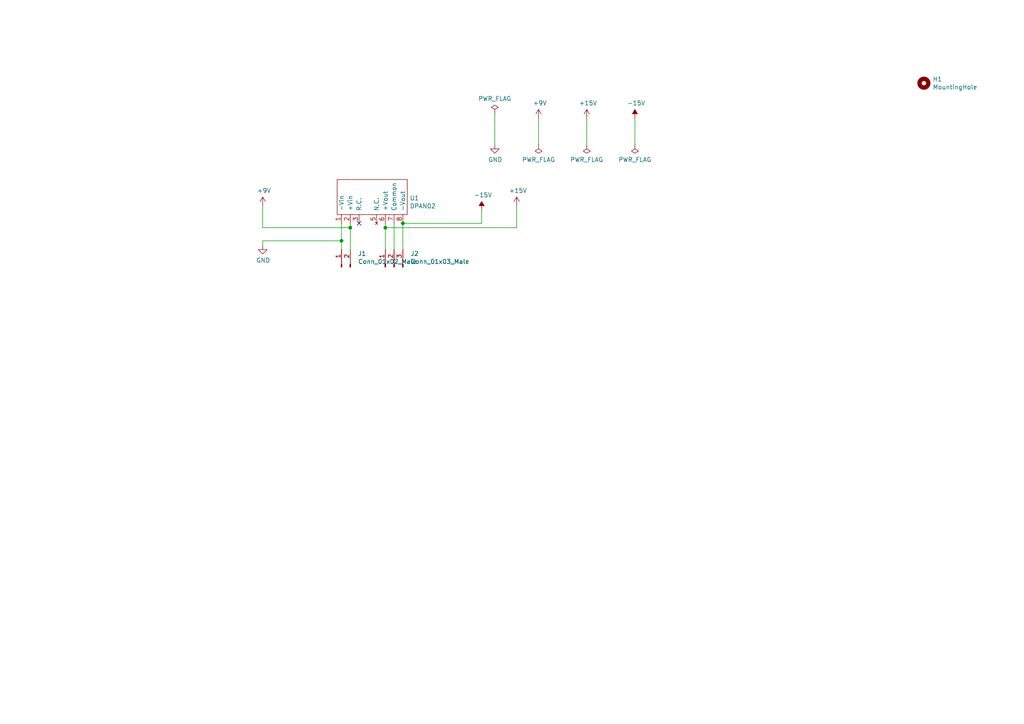
<source format=kicad_sch>
(kicad_sch (version 20211123) (generator eeschema)
  (paper "A4")
  (lib_symbols
    (symbol "Connector:Conn_01x02_Male" (pin_names (offset 1.016) hide)
      (property "Reference" "J" (at 0 2.54 0))
      (property "Value" "Conn_01x02_Male" (at 0 -5.08 0))
      (symbol "Conn_01x02_Male_1_1"
        (polyline (pts (xy 1.27 -2.54) (xy 0.8636 -2.54)) (stroke (width 0.1524)))
        (polyline (pts (xy 1.27 0) (xy 0.8636 0)) (stroke (width 0.1524)))
        (rectangle (start 0.8636 -2.413) (end 0 -2.667) (stroke (width 0.1524)) (fill (type outline)))
        (rectangle (start 0.8636 0.127) (end 0 -0.127) (stroke (width 0.1524)) (fill (type outline)))
        (pin passive line (at 5.08 0 180) (length 3.81) (name "Pin_1") (number "1"))
        (pin passive line (at 5.08 -2.54 180) (length 3.81) (name "Pin_2") (number "2"))
      )
    )
    (symbol "Connector:Conn_01x03_Male" (pin_names (offset 1.016) hide)
      (property "Reference" "J" (at 0 5.08 0))
      (property "Value" "Conn_01x03_Male" (at 0 -5.08 0))
      (symbol "Conn_01x03_Male_1_1"
        (polyline (pts (xy 1.27 -2.54) (xy 0.8636 -2.54)) (stroke (width 0.1524)))
        (polyline (pts (xy 1.27 0) (xy 0.8636 0)) (stroke (width 0.1524)))
        (polyline (pts (xy 1.27 2.54) (xy 0.8636 2.54)) (stroke (width 0.1524)))
        (rectangle (start 0.8636 -2.413) (end 0 -2.667) (stroke (width 0.1524)) (fill (type outline)))
        (rectangle (start 0.8636 0.127) (end 0 -0.127) (stroke (width 0.1524)) (fill (type outline)))
        (rectangle (start 0.8636 2.667) (end 0 2.413) (stroke (width 0.1524)) (fill (type outline)))
        (pin passive line (at 5.08 2.54 180) (length 3.81) (name "Pin_1") (number "1"))
        (pin passive line (at 5.08 0 180) (length 3.81) (name "Pin_2") (number "2"))
        (pin passive line (at 5.08 -2.54 180) (length 3.81) (name "Pin_3") (number "3"))
      )
    )
    (symbol "Converter_DCDC:DPAN02" (pin_names (offset 1.016))
      (property "Reference" "U" (at 2.54 6.35 0))
      (property "Value" "Converter_DCDC_DPAN02" (at 2.54 8.89 0))
      (symbol "DPAN02_0_1"
        (rectangle (start -7.62 7.62) (end 12.7 -2.54))
      )
      (symbol "DPAN02_1_1"
        (pin power_in line (at -6.35 -5.08 90) (length 2.54) (name "-Vin") (number "1"))
        (pin power_in line (at -3.81 -5.08 90) (length 2.54) (name "+Vin") (number "2"))
        (pin passive line (at -1.27 -5.08 90) (length 2.54) (name "R.C.") (number "3"))
        (pin no_connect line (at 3.81 -5.08 90) (length 2.54) (name "N.C.") (number "5"))
        (pin power_out line (at 6.35 -5.08 90) (length 2.54) (name "+Vout") (number "6"))
        (pin passive line (at 8.89 -5.08 90) (length 2.54) (name "Common") (number "7"))
        (pin power_out line (at 11.43 -5.08 90) (length 2.54) (name "-Vout") (number "8"))
      )
    )
    (symbol "Mechanical:MountingHole" (pin_names (offset 1.016))
      (property "Reference" "H" (at 0 5.08 0))
      (property "Value" "MountingHole" (at 0 3.175 0))
      (symbol "MountingHole_0_1"
        (circle (center 0 0) (radius 1.27) (stroke (width 1.27)))
      )
    )
    (symbol "power:+15V" (power) (pin_names (offset 0))
      (property "Value" "+15V" (at 0 3.556 0))
      (symbol "+15V_0_1"
        (polyline (pts (xy -0.762 1.27) (xy 0 2.54)))
        (polyline (pts (xy 0 0) (xy 0 2.54)))
        (polyline (pts (xy 0 2.54) (xy 0.762 1.27)))
      )
      (symbol "+15V_1_1"
        (pin power_in line (at 0 0 90) (length 0) hide (name "+15V") (number "1"))
      )
    )
    (symbol "power:+9V" (power) (pin_names (offset 0))
      (property "Value" "+9V" (at 0 3.556 0))
      (symbol "+9V_0_1"
        (polyline (pts (xy -0.762 1.27) (xy 0 2.54)))
        (polyline (pts (xy 0 0) (xy 0 2.54)))
        (polyline (pts (xy 0 2.54) (xy 0.762 1.27)))
      )
      (symbol "+9V_1_1"
        (pin power_in line (at 0 0 90) (length 0) hide (name "+9V") (number "1"))
      )
    )
    (symbol "power:-15V" (power) (pin_names (offset 0))
      (property "Value" "-15V" (at 0 3.81 0))
      (symbol "-15V_0_0"
        (pin power_in line (at 0 0 90) (length 0) hide (name "-15V") (number "1"))
      )
      (symbol "-15V_0_1"
        (polyline (pts (xy 0 0) (xy 0 1.27) (xy 0.762 1.27) (xy 0 2.54) (xy -0.762 1.27) (xy 0 1.27)) (fill (type outline)))
      )
    )
    (symbol "power:GND" (power) (pin_names (offset 0))
      (property "Value" "GND" (at 0 -3.81 0))
      (symbol "GND_0_1"
        (polyline (pts (xy 0 0) (xy 0 -1.27) (xy 1.27 -1.27) (xy 0 -2.54) (xy -1.27 -1.27) (xy 0 -1.27)))
      )
      (symbol "GND_1_1"
        (pin power_in line (at 0 0 270) (length 0) hide (name "GND") (number "1"))
      )
    )
    (symbol "power:PWR_FLAG" (power) (pin_numbers hide) (pin_names (offset 0) hide)
      (property "Value" "PWR_FLAG" (at 0 3.81 0))
      (symbol "PWR_FLAG_0_0"
        (pin power_out line (at 0 0 90) (length 0) (name "pwr") (number "1"))
      )
      (symbol "PWR_FLAG_0_1"
        (polyline (pts (xy 0 0) (xy 0 1.27) (xy -1.016 1.905) (xy 0 2.54) (xy 1.016 1.905) (xy 0 1.27)))
      )
    )
  )
  (junction (at 99.06 69.85))
  (junction (at 111.76 66.04))
  (junction (at 101.6 66.04))
  (junction (at 116.84 64.77))
  (no_connect (at 104.14 64.77))
  (wire (pts (xy 184.15 34.29) (xy 184.15 41.91)))
  (wire (pts (xy 101.6 72.39) (xy 101.6 66.04)))
  (wire (pts (xy 111.76 66.04) (xy 149.86 66.04)))
  (wire (pts (xy 111.76 72.39) (xy 111.76 66.04)))
  (wire (pts (xy 114.3 64.77) (xy 114.3 72.39)))
  (wire (pts (xy 116.84 64.77) (xy 139.7 64.77)))
  (wire (pts (xy 143.51 41.91) (xy 143.51 33.02)))
  (wire (pts (xy 116.84 72.39) (xy 116.84 64.77)))
  (wire (pts (xy 170.18 34.29) (xy 170.18 41.91)))
  (wire (pts (xy 101.6 66.04) (xy 101.6 64.77)))
  (wire (pts (xy 99.06 69.85) (xy 76.2 69.85)))
  (wire (pts (xy 149.86 66.04) (xy 149.86 59.69)))
  (wire (pts (xy 111.76 66.04) (xy 111.76 64.77)))
  (wire (pts (xy 139.7 64.77) (xy 139.7 60.96)))
  (wire (pts (xy 156.21 34.29) (xy 156.21 41.91)))
  (wire (pts (xy 76.2 66.04) (xy 76.2 59.69)))
  (wire (pts (xy 76.2 69.85) (xy 76.2 71.12)))
  (wire (pts (xy 101.6 66.04) (xy 76.2 66.04)))
  (wire (pts (xy 99.06 69.85) (xy 99.06 64.77)))
  (wire (pts (xy 99.06 72.39) (xy 99.06 69.85)))
  (symbol (lib_id "Converter_DCDC:DPAN02") (at 105.41 59.69 0) (unit 1)
    (property "Reference" "U1" (at 118.8212 57.4548 0) (effects (justify left)))
    (property "Value" "DPAN02" (at 118.8212 59.7662 0) (effects (justify left)))
    (property "Footprint" "Package_SIP:SIP-8_19x3mm_P2.54mm" (effects hide))
  )
  (symbol (lib_id "power:+15V") (at 170.18 34.29 0) (unit 1)
    (property "Reference" "#PWR0101" (effects hide))
    (property "Value" "+15V" (at 170.561 29.8958 0))
  )
  (symbol (lib_id "power:-15V") (at 184.15 34.29 0) (unit 1)
    (property "Reference" "#PWR0102" (effects hide))
    (property "Value" "-15V" (at 184.531 29.8958 0))
  )
  (symbol (lib_id "power:+9V") (at 156.21 34.29 0) (unit 1)
    (property "Reference" "#PWR0103" (effects hide))
    (property "Value" "+9V" (at 156.591 29.8958 0))
  )
  (symbol (lib_id "power:GND") (at 143.51 41.91 0) (unit 1)
    (property "Reference" "#PWR0104" (effects hide))
    (property "Value" "GND" (at 143.637 46.3042 0))
  )
  (symbol (lib_id "power:PWR_FLAG") (at 156.21 41.91 180) (unit 1)
    (property "Reference" "#FLG0101" (effects hide))
    (property "Value" "PWR_FLAG" (at 156.21 46.3042 0))
  )
  (symbol (lib_id "power:PWR_FLAG") (at 170.18 41.91 180) (unit 1)
    (property "Reference" "#FLG0102" (effects hide))
    (property "Value" "PWR_FLAG" (at 170.18 46.3042 0))
  )
  (symbol (lib_id "power:PWR_FLAG") (at 184.15 41.91 180) (unit 1)
    (property "Reference" "#FLG0103" (effects hide))
    (property "Value" "PWR_FLAG" (at 184.15 46.3042 0))
  )
  (symbol (lib_id "power:PWR_FLAG") (at 143.51 33.02 0) (unit 1)
    (property "Reference" "#FLG0104" (effects hide))
    (property "Value" "PWR_FLAG" (at 143.51 28.6258 0))
  )
  (symbol (lib_id "Connector:Conn_01x02_Male") (at 99.06 77.47 90) (unit 1)
    (property "Reference" "J1" (at 103.8352 73.5584 90) (effects (justify right)))
    (property "Value" "Conn_01x02_Male" (at 103.8352 75.8698 90) (effects (justify right)))
    (property "Footprint" "Connector_JST:JST_XH_B2B-XH-A_1x02_P2.50mm_Vertical" (effects hide))
  )
  (symbol (lib_id "Connector:Conn_01x03_Male") (at 114.3 77.47 90) (unit 1)
    (property "Reference" "J2" (at 119.0752 73.5584 90) (effects (justify right)))
    (property "Value" "Conn_01x03_Male" (at 119.0752 75.8698 90) (effects (justify right)))
    (property "Footprint" "Connector_JST:JST_XH_B3B-XH-A_1x03_P2.50mm_Vertical" (effects hide))
  )
  (symbol (lib_id "power:-15V") (at 139.7 60.96 0) (unit 1)
    (property "Reference" "#PWR0105" (effects hide))
    (property "Value" "-15V" (at 140.081 56.5658 0))
  )
  (symbol (lib_id "power:+15V") (at 149.86 59.69 0) (unit 1)
    (property "Reference" "#PWR0106" (effects hide))
    (property "Value" "+15V" (at 150.241 55.2958 0))
  )
  (symbol (lib_id "power:+9V") (at 76.2 59.69 0) (unit 1)
    (property "Reference" "#PWR0107" (effects hide))
    (property "Value" "+9V" (at 76.581 55.2958 0))
  )
  (symbol (lib_id "power:GND") (at 76.2 71.12 0) (unit 1)
    (property "Reference" "#PWR0108" (effects hide))
    (property "Value" "GND" (at 76.327 75.5142 0))
  )
  (symbol (lib_id "Mechanical:MountingHole") (at 267.97 24.13 0) (unit 1)
    (property "Reference" "H1" (at 270.51 22.9616 0) (effects (justify left)))
    (property "Value" "MountingHole" (at 270.51 25.273 0) (effects (justify left)))
    (property "Footprint" "MountingHole:MountingHole_2.1mm" (effects hide))
  )
)
</source>
